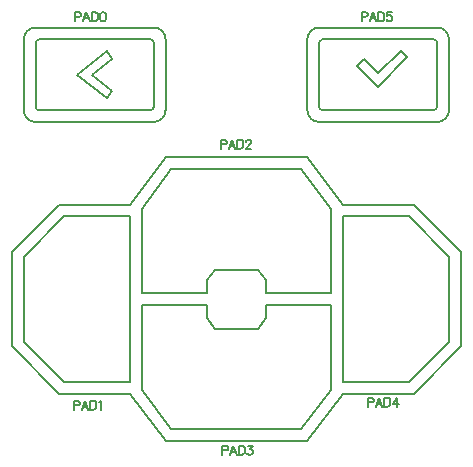
<source format=gto>
G04 Layer_Color=65535*
%FSLAX25Y25*%
%MOIN*%
G70*
G01*
G75*
%ADD10C,0.00800*%
%ADD25C,0.00500*%
D10*
X3715000Y3075928D02*
X3716285D01*
X3716714Y3076071D01*
X3716857Y3076214D01*
X3716999Y3076500D01*
Y3076928D01*
X3716857Y3077214D01*
X3716714Y3077357D01*
X3716285Y3077499D01*
X3715000D01*
Y3074500D01*
X3719956D02*
X3718813Y3077499D01*
X3717671Y3074500D01*
X3718099Y3075500D02*
X3719527D01*
X3720656Y3077499D02*
Y3074500D01*
Y3077499D02*
X3721656D01*
X3722084Y3077357D01*
X3722370Y3077071D01*
X3722513Y3076785D01*
X3722655Y3076357D01*
Y3075643D01*
X3722513Y3075214D01*
X3722370Y3074928D01*
X3722084Y3074643D01*
X3721656Y3074500D01*
X3720656D01*
X3724184Y3077499D02*
X3723755Y3077357D01*
X3723470Y3076928D01*
X3723327Y3076214D01*
Y3075785D01*
X3723470Y3075071D01*
X3723755Y3074643D01*
X3724184Y3074500D01*
X3724469D01*
X3724898Y3074643D01*
X3725183Y3075071D01*
X3725327Y3075785D01*
Y3076214D01*
X3725183Y3076928D01*
X3724898Y3077357D01*
X3724469Y3077499D01*
X3724184D01*
X3810500Y3075928D02*
X3811786D01*
X3812214Y3076071D01*
X3812357Y3076214D01*
X3812500Y3076500D01*
Y3076928D01*
X3812357Y3077214D01*
X3812214Y3077357D01*
X3811786Y3077499D01*
X3810500D01*
Y3074500D01*
X3815456D02*
X3814314Y3077499D01*
X3813171Y3074500D01*
X3813599Y3075500D02*
X3815028D01*
X3816156Y3077499D02*
Y3074500D01*
Y3077499D02*
X3817156D01*
X3817584Y3077357D01*
X3817870Y3077071D01*
X3818013Y3076785D01*
X3818156Y3076357D01*
Y3075643D01*
X3818013Y3075214D01*
X3817870Y3074928D01*
X3817584Y3074643D01*
X3817156Y3074500D01*
X3816156D01*
X3820541Y3077499D02*
X3819112D01*
X3818970Y3076214D01*
X3819112Y3076357D01*
X3819541Y3076500D01*
X3819970D01*
X3820398Y3076357D01*
X3820684Y3076071D01*
X3820826Y3075643D01*
Y3075357D01*
X3820684Y3074928D01*
X3820398Y3074643D01*
X3819970Y3074500D01*
X3819541D01*
X3819112Y3074643D01*
X3818970Y3074786D01*
X3818827Y3075071D01*
X3714500Y2946428D02*
X3715785D01*
X3716214Y2946571D01*
X3716357Y2946714D01*
X3716500Y2947000D01*
Y2947428D01*
X3716357Y2947714D01*
X3716214Y2947857D01*
X3715785Y2947999D01*
X3714500D01*
Y2945000D01*
X3719456D02*
X3718314Y2947999D01*
X3717171Y2945000D01*
X3717599Y2946000D02*
X3719028D01*
X3720156Y2947999D02*
Y2945000D01*
Y2947999D02*
X3721156D01*
X3721584Y2947857D01*
X3721870Y2947571D01*
X3722013Y2947285D01*
X3722155Y2946857D01*
Y2946143D01*
X3722013Y2945714D01*
X3721870Y2945428D01*
X3721584Y2945143D01*
X3721156Y2945000D01*
X3720156D01*
X3722827Y2947428D02*
X3723112Y2947571D01*
X3723541Y2947999D01*
Y2945000D01*
X3763500Y3033428D02*
X3764785D01*
X3765214Y3033571D01*
X3765357Y3033714D01*
X3765499Y3034000D01*
Y3034428D01*
X3765357Y3034714D01*
X3765214Y3034856D01*
X3764785Y3034999D01*
X3763500D01*
Y3032000D01*
X3768456D02*
X3767313Y3034999D01*
X3766171Y3032000D01*
X3766599Y3033000D02*
X3768027D01*
X3769156Y3034999D02*
Y3032000D01*
Y3034999D02*
X3770156D01*
X3770584Y3034856D01*
X3770870Y3034571D01*
X3771013Y3034285D01*
X3771156Y3033857D01*
Y3033143D01*
X3771013Y3032714D01*
X3770870Y3032429D01*
X3770584Y3032143D01*
X3770156Y3032000D01*
X3769156D01*
X3771970Y3034285D02*
Y3034428D01*
X3772112Y3034714D01*
X3772255Y3034856D01*
X3772541Y3034999D01*
X3773112D01*
X3773398Y3034856D01*
X3773541Y3034714D01*
X3773684Y3034428D01*
Y3034142D01*
X3773541Y3033857D01*
X3773255Y3033428D01*
X3771827Y3032000D01*
X3773826D01*
X3764000Y2931428D02*
X3765285D01*
X3765714Y2931571D01*
X3765857Y2931714D01*
X3766000Y2932000D01*
Y2932428D01*
X3765857Y2932714D01*
X3765714Y2932857D01*
X3765285Y2932999D01*
X3764000D01*
Y2930000D01*
X3768956D02*
X3767813Y2932999D01*
X3766671Y2930000D01*
X3767099Y2931000D02*
X3768528D01*
X3769656Y2932999D02*
Y2930000D01*
Y2932999D02*
X3770656D01*
X3771084Y2932857D01*
X3771370Y2932571D01*
X3771513Y2932285D01*
X3771656Y2931857D01*
Y2931143D01*
X3771513Y2930714D01*
X3771370Y2930429D01*
X3771084Y2930143D01*
X3770656Y2930000D01*
X3769656D01*
X3772612Y2932999D02*
X3774184D01*
X3773326Y2931857D01*
X3773755D01*
X3774041Y2931714D01*
X3774184Y2931571D01*
X3774326Y2931143D01*
Y2930857D01*
X3774184Y2930429D01*
X3773898Y2930143D01*
X3773470Y2930000D01*
X3773041D01*
X3772612Y2930143D01*
X3772470Y2930286D01*
X3772327Y2930571D01*
X3812500Y2947428D02*
X3813786D01*
X3814214Y2947571D01*
X3814357Y2947714D01*
X3814500Y2948000D01*
Y2948428D01*
X3814357Y2948714D01*
X3814214Y2948857D01*
X3813786Y2948999D01*
X3812500D01*
Y2946000D01*
X3817456D02*
X3816314Y2948999D01*
X3815171Y2946000D01*
X3815599Y2947000D02*
X3817028D01*
X3818156Y2948999D02*
Y2946000D01*
Y2948999D02*
X3819156D01*
X3819584Y2948857D01*
X3819870Y2948571D01*
X3820013Y2948285D01*
X3820155Y2947857D01*
Y2947143D01*
X3820013Y2946714D01*
X3819870Y2946428D01*
X3819584Y2946143D01*
X3819156Y2946000D01*
X3818156D01*
X3822255Y2948999D02*
X3820827Y2947000D01*
X3822969D01*
X3822255Y2948999D02*
Y2946000D01*
D25*
X3697935Y3044825D02*
G03*
X3701872Y3040888I3937J0D01*
G01*
Y3072384D02*
G03*
X3697935Y3068447I0J-3937D01*
G01*
X3741242Y3040888D02*
G03*
X3745179Y3044825I0J3937D01*
G01*
Y3068447D02*
G03*
X3741242Y3072384I-3937J0D01*
G01*
X3796360D02*
G03*
X3792423Y3068447I0J-3937D01*
G01*
Y3044825D02*
G03*
X3796360Y3040888I3937J0D01*
G01*
X3835730D02*
G03*
X3839668Y3044825I0J3937D01*
G01*
Y3068447D02*
G03*
X3835730Y3072384I-3937J0D01*
G01*
X3741242Y3067266D02*
G03*
X3740061Y3068447I-1181J0D01*
G01*
Y3044825D02*
G03*
X3741242Y3046006I0J1181D01*
G01*
X3701872D02*
G03*
X3703053Y3044825I1181J0D01*
G01*
Y3068447D02*
G03*
X3701872Y3067266I0J-1181D01*
G01*
X3835730D02*
G03*
X3834549Y3068447I-1181J0D01*
G01*
Y3044825D02*
G03*
X3835730Y3046006I0J1181D01*
G01*
X3796360D02*
G03*
X3797541Y3044825I1181J0D01*
G01*
Y3068447D02*
G03*
X3796360Y3067266I0J-1181D01*
G01*
X3693998Y2966085D02*
Y2997581D01*
Y2966085D02*
X3709746Y2950336D01*
X3697935Y2967715D02*
X3711377Y2954273D01*
X3697935Y3044825D02*
Y3068447D01*
Y2967715D02*
Y2995950D01*
X3701872Y3046006D02*
Y3067266D01*
X3715652Y3056636D02*
X3725495Y3064510D01*
X3720694Y3056636D02*
X3727463Y3062050D01*
X3745179Y2934588D02*
X3792423D01*
X3747148Y2938526D02*
X3790455D01*
X3725495Y3048762D02*
X3727463Y3051221D01*
X3733368Y2950336D02*
X3745179Y2934588D01*
X3737305Y2951649D02*
X3747148Y2938526D01*
X3804234Y2950336D02*
X3827856D01*
X3709746D02*
X3733368D01*
X3711377Y2954273D02*
X3733368D01*
X3804234D02*
X3826226D01*
X3693998Y2997581D02*
X3709746Y3013329D01*
X3697935Y2995950D02*
X3711377Y3009392D01*
X3733368Y2954273D02*
Y3009392D01*
X3761562Y2971990D02*
X3776041D01*
X3737305Y2983801D02*
Y3012016D01*
Y2951649D02*
Y2979864D01*
X3741242Y3046006D02*
Y3067266D01*
X3733368Y3013329D02*
X3745179Y3029077D01*
X3737305Y3012016D02*
X3747148Y3025140D01*
X3778644Y2979864D02*
X3800298D01*
X3737305D02*
X3758959D01*
Y2975460D02*
X3761562Y2971990D01*
X3745179Y3044825D02*
Y3068447D01*
X3737305Y2983801D02*
X3758959D01*
X3778644D02*
X3800298D01*
X3758959D02*
Y2988205D01*
Y2975460D02*
Y2979864D01*
X3809086Y3059658D02*
X3811313Y3061886D01*
X3761562Y2991675D02*
X3776041D01*
X3816045Y3057153D02*
X3823562Y3064669D01*
X3816045Y3052699D02*
X3825789Y3062442D01*
X3776041Y2991675D02*
X3778644Y2988205D01*
X3758959D02*
X3761562Y2991675D01*
X3804234Y3009392D02*
X3826226D01*
X3711377D02*
X3733368D01*
X3709746Y3013329D02*
X3733368D01*
X3804234D02*
X3827856D01*
X3715652Y3056636D02*
X3725495Y3048762D01*
X3720694Y3056636D02*
X3727463Y3051221D01*
X3725495Y3064510D02*
X3727463Y3062050D01*
X3778644Y2975460D02*
Y2979864D01*
Y2983801D02*
Y2988205D01*
X3792423Y3044825D02*
Y3068447D01*
X3747148Y3025140D02*
X3790455D01*
X3745179Y3029077D02*
X3792423D01*
X3796360Y3046006D02*
Y3067266D01*
X3800298Y2951649D02*
Y2979864D01*
Y2983801D02*
Y3012016D01*
X3776041Y2971990D02*
X3778644Y2975460D01*
X3701872Y3040888D02*
X3741242D01*
X3796360D02*
X3835730D01*
X3790455Y3025140D02*
X3800298Y3012016D01*
X3792423Y3029077D02*
X3804234Y3013329D01*
Y2954273D02*
Y3009392D01*
X3797541Y3044825D02*
X3834549D01*
X3703053D02*
X3740061D01*
X3826226Y3009392D02*
X3839668Y2995950D01*
X3827856Y3013329D02*
X3843605Y2997581D01*
X3790455Y2938526D02*
X3800298Y2951649D01*
X3835730Y3046006D02*
Y3067266D01*
X3792423Y2934588D02*
X3804234Y2950336D01*
X3703053Y3068447D02*
X3740061D01*
X3797541D02*
X3834549D01*
X3796360Y3072384D02*
X3835730D01*
X3701872D02*
X3741242D01*
X3809086Y3059658D02*
X3816045Y3052699D01*
X3839668Y2967715D02*
Y2995950D01*
Y3044825D02*
Y3068447D01*
X3843605Y2966085D02*
Y2997581D01*
X3811313Y3061886D02*
X3816045Y3057153D01*
X3826226Y2954273D02*
X3839668Y2967715D01*
X3827856Y2950336D02*
X3843605Y2966085D01*
X3823562Y3064669D02*
X3825789Y3062442D01*
M02*

</source>
